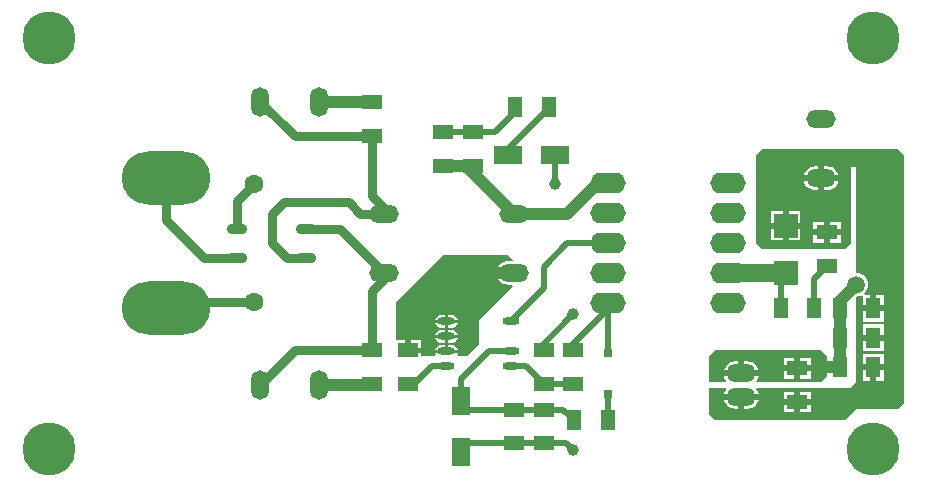
<source format=gtl>
G04 Layer_Physical_Order=1*
G04 Layer_Color=255*
%FSLAX25Y25*%
%MOIN*%
G70*
G01*
G75*
%ADD10R,0.07087X0.04921*%
%ADD11R,0.04921X0.07087*%
%ADD12R,0.09646X0.06102*%
%ADD13R,0.06299X0.09252*%
%ADD14O,0.05709X0.02362*%
%ADD15O,0.06890X0.03347*%
%ADD16R,0.02756X0.03150*%
%ADD17R,0.07874X0.07874*%
%ADD18C,0.03937*%
%ADD19C,0.01969*%
%ADD20C,0.05906*%
%ADD21C,0.02953*%
%ADD22O,0.09843X0.05906*%
%ADD23O,0.09843X0.05906*%
%ADD24C,0.17716*%
%ADD25O,0.29528X0.17716*%
%ADD26O,0.05906X0.09843*%
%ADD27O,0.11811X0.06890*%
%ADD28C,0.06299*%
%ADD29C,0.05906*%
%ADD30C,0.03937*%
G36*
X164972Y-5523D02*
X164821Y-5886D01*
X163386D01*
X162614Y-5962D01*
X161872Y-6188D01*
X161188Y-6553D01*
X160589Y-7045D01*
X160097Y-7645D01*
X159731Y-8329D01*
X159570Y-8858D01*
X165354D01*
Y-10827D01*
X159570D01*
X159731Y-11356D01*
X160097Y-12040D01*
X160589Y-12640D01*
X161188Y-13132D01*
X161872Y-13497D01*
X162614Y-13723D01*
X163386Y-13799D01*
X164821D01*
X164972Y-14162D01*
X153543Y-25591D01*
Y-33465D01*
X149606Y-37402D01*
X146550D01*
X146547Y-37395D01*
X146400Y-37008D01*
X146598Y-36530D01*
X146607Y-36457D01*
X139023D01*
X139032Y-36530D01*
X139230Y-37008D01*
X139083Y-37395D01*
X139080Y-37402D01*
X134727Y-37402D01*
X134449Y-37123D01*
Y-36713D01*
X129921D01*
Y-35728D01*
X128937D01*
Y-32283D01*
X125984D01*
X125984Y-19685D01*
X141732Y-3937D01*
X163386D01*
X164972Y-5523D01*
D02*
G37*
G36*
X267717Y-35433D02*
X269685Y-37402D01*
X269685Y-40354D01*
X273917D01*
Y-42323D01*
X269685D01*
X269685Y-44291D01*
X267717Y-46260D01*
X246289Y-46260D01*
X246103Y-45866D01*
X246400Y-45505D01*
X246765Y-44821D01*
X246926Y-44291D01*
X235358D01*
X235518Y-44821D01*
X235884Y-45505D01*
X236180Y-45866D01*
X235994Y-46260D01*
X230315D01*
X230315Y-37402D01*
X232283Y-35433D01*
X267717Y-35433D01*
D02*
G37*
G36*
X261811Y31496D02*
X293307Y31496D01*
X295276Y29528D01*
Y-53150D01*
X293307Y-55118D01*
X279528Y-55118D01*
X275590Y-59055D01*
X232283Y-59055D01*
X230315Y-57087D01*
X230315Y-48228D01*
X235994D01*
X236180Y-48622D01*
X235884Y-48983D01*
X235518Y-49667D01*
X235358Y-50197D01*
X246926D01*
X246765Y-49667D01*
X246400Y-48983D01*
X246103Y-48622D01*
X246289Y-48228D01*
X277559Y-48228D01*
X279527Y-46260D01*
X279528Y-17976D01*
X279794Y-17709D01*
X280299Y-17660D01*
X281042Y-17434D01*
X281299Y-17297D01*
X281693Y-17533D01*
Y-20669D01*
X284154D01*
Y-17126D01*
X282276D01*
X282136Y-16732D01*
X282325Y-16577D01*
X282817Y-15977D01*
X283183Y-15293D01*
X283408Y-14551D01*
X283484Y-13780D01*
X283408Y-13008D01*
X283183Y-12266D01*
X282817Y-11582D01*
X282325Y-10982D01*
X281726Y-10490D01*
X281042Y-10125D01*
X280299Y-9900D01*
X279528Y-9823D01*
X279528Y-9823D01*
X279528Y25591D01*
X277559D01*
Y0D01*
X275590Y-1969D01*
X248032Y-1969D01*
X246063Y-0D01*
Y29528D01*
X248031Y31496D01*
X259842D01*
X261811Y31496D01*
D02*
G37*
%LPC*%
G36*
X258858Y-38189D02*
X255315D01*
Y-40650D01*
X258858D01*
Y-38189D01*
D02*
G37*
G36*
X264370D02*
X260827D01*
Y-40650D01*
X264370D01*
Y-38189D01*
D02*
G37*
G36*
X243110Y-39351D02*
X242126D01*
Y-42323D01*
X246926D01*
X246765Y-41793D01*
X246400Y-41109D01*
X245908Y-40510D01*
X245308Y-40018D01*
X244624Y-39652D01*
X243882Y-39427D01*
X243110Y-39351D01*
D02*
G37*
G36*
X142323Y-31457D02*
X139023D01*
X139032Y-31530D01*
X139250Y-32057D01*
X139597Y-32509D01*
X140050Y-32856D01*
X140577Y-33074D01*
X141142Y-33149D01*
X142323D01*
Y-31457D01*
D02*
G37*
G36*
X288583Y-36811D02*
X281693D01*
Y-40354D01*
X288583D01*
Y-36811D01*
D02*
G37*
G36*
Y-32480D02*
X281693D01*
Y-36024D01*
X288583D01*
Y-32480D01*
D02*
G37*
G36*
X142323Y-33781D02*
X141142D01*
X140577Y-33855D01*
X140050Y-34073D01*
X139597Y-34420D01*
X139250Y-34873D01*
X139032Y-35399D01*
X139023Y-35472D01*
X142323D01*
Y-33781D01*
D02*
G37*
G36*
X134449Y-32283D02*
X130905D01*
Y-34744D01*
X134449D01*
Y-32283D01*
D02*
G37*
G36*
X144488Y-33781D02*
X143307D01*
Y-35472D01*
X146607D01*
X146598Y-35399D01*
X146380Y-34873D01*
X146033Y-34420D01*
X145580Y-34073D01*
X145054Y-33855D01*
X144488Y-33781D01*
D02*
G37*
G36*
X246926Y-52165D02*
X242126D01*
Y-55137D01*
X243110D01*
X243882Y-55061D01*
X244624Y-54836D01*
X245308Y-54470D01*
X245908Y-53978D01*
X246400Y-53379D01*
X246765Y-52695D01*
X246926Y-52165D01*
D02*
G37*
G36*
X258858Y-49409D02*
X255315D01*
Y-51870D01*
X258858D01*
Y-49409D01*
D02*
G37*
G36*
X240158Y-52165D02*
X235358D01*
X235518Y-52695D01*
X235884Y-53379D01*
X236376Y-53978D01*
X236975Y-54470D01*
X237659Y-54836D01*
X238401Y-55061D01*
X239173Y-55137D01*
X240158D01*
Y-52165D01*
D02*
G37*
G36*
X258858Y-53839D02*
X255315D01*
Y-56299D01*
X258858D01*
Y-53839D01*
D02*
G37*
G36*
X264370D02*
X260827D01*
Y-56299D01*
X264370D01*
Y-53839D01*
D02*
G37*
G36*
Y-49409D02*
X260827D01*
Y-51870D01*
X264370D01*
Y-49409D01*
D02*
G37*
G36*
Y-42618D02*
X260827D01*
Y-45079D01*
X264370D01*
Y-42618D01*
D02*
G37*
G36*
X240158Y-39351D02*
X239173D01*
X238401Y-39427D01*
X237659Y-39652D01*
X236975Y-40018D01*
X236376Y-40510D01*
X235884Y-41109D01*
X235518Y-41793D01*
X235358Y-42323D01*
X240158D01*
Y-39351D01*
D02*
G37*
G36*
X258858Y-42618D02*
X255315D01*
Y-45079D01*
X258858D01*
Y-42618D01*
D02*
G37*
G36*
X284154Y-42323D02*
X281693D01*
Y-45866D01*
X284154D01*
Y-42323D01*
D02*
G37*
G36*
X288583D02*
X286122D01*
Y-45866D01*
X288583D01*
Y-42323D01*
D02*
G37*
G36*
X268701Y7087D02*
X265158D01*
Y4626D01*
X268701D01*
Y7087D01*
D02*
G37*
G36*
X274213D02*
X270669D01*
Y4626D01*
X274213D01*
Y7087D01*
D02*
G37*
G36*
X260827Y4921D02*
X256890D01*
Y984D01*
X260827D01*
Y4921D01*
D02*
G37*
G36*
X274213Y2657D02*
X270669D01*
Y197D01*
X274213D01*
Y2657D01*
D02*
G37*
G36*
X254921Y4921D02*
X250984D01*
Y984D01*
X254921D01*
Y4921D01*
D02*
G37*
G36*
Y10827D02*
X250984D01*
Y6890D01*
X254921D01*
Y10827D01*
D02*
G37*
G36*
X266732Y25610D02*
X265748D01*
X264976Y25534D01*
X264234Y25308D01*
X263550Y24943D01*
X262951Y24451D01*
X262459Y23851D01*
X262093Y23167D01*
X261932Y22638D01*
X266732D01*
Y25610D01*
D02*
G37*
G36*
X269685D02*
X268701D01*
Y22638D01*
X273501D01*
X273340Y23167D01*
X272974Y23851D01*
X272482Y24451D01*
X271883Y24943D01*
X271199Y25308D01*
X270457Y25534D01*
X269685Y25610D01*
D02*
G37*
G36*
X273501Y20669D02*
X268701D01*
Y17697D01*
X269685D01*
X270457Y17774D01*
X271199Y17999D01*
X271883Y18364D01*
X272482Y18856D01*
X272974Y19456D01*
X273340Y20140D01*
X273501Y20669D01*
D02*
G37*
G36*
X260827Y10827D02*
X256890D01*
Y6890D01*
X260827D01*
Y10827D01*
D02*
G37*
G36*
X266732Y20669D02*
X261932D01*
X262093Y20140D01*
X262459Y19456D01*
X262951Y18856D01*
X263550Y18364D01*
X264234Y17999D01*
X264976Y17774D01*
X265748Y17697D01*
X266732D01*
Y20669D01*
D02*
G37*
G36*
X144488Y-28780D02*
X143307D01*
Y-30472D01*
X146607D01*
X146598Y-30399D01*
X146380Y-29873D01*
X146033Y-29420D01*
X145580Y-29073D01*
X145054Y-28855D01*
X144488Y-28780D01*
D02*
G37*
G36*
X142323Y-26457D02*
X139023D01*
X139032Y-26530D01*
X139250Y-27057D01*
X139597Y-27509D01*
X140050Y-27856D01*
X140577Y-28074D01*
X141142Y-28149D01*
X142323D01*
Y-26457D01*
D02*
G37*
G36*
Y-28780D02*
X141142D01*
X140577Y-28855D01*
X140050Y-29073D01*
X139597Y-29420D01*
X139250Y-29873D01*
X139032Y-30399D01*
X139023Y-30472D01*
X142323D01*
Y-28780D01*
D02*
G37*
G36*
X146607Y-31457D02*
X143307D01*
Y-33149D01*
X144488D01*
X145054Y-33074D01*
X145580Y-32856D01*
X146033Y-32509D01*
X146380Y-32057D01*
X146598Y-31530D01*
X146607Y-31457D01*
D02*
G37*
G36*
X288583Y-26969D02*
X281693D01*
Y-30512D01*
X288583D01*
Y-26969D01*
D02*
G37*
G36*
X146607Y-26457D02*
X143307D01*
Y-28149D01*
X144488D01*
X145054Y-28074D01*
X145580Y-27856D01*
X146033Y-27509D01*
X146380Y-27057D01*
X146598Y-26530D01*
X146607Y-26457D01*
D02*
G37*
G36*
X288583Y-17126D02*
X286122D01*
Y-20669D01*
X288583D01*
Y-17126D01*
D02*
G37*
G36*
X268701Y2657D02*
X265158D01*
Y197D01*
X268701D01*
Y2657D01*
D02*
G37*
G36*
X144488Y-23780D02*
X143307D01*
Y-25473D01*
X146607D01*
X146598Y-25399D01*
X146380Y-24873D01*
X146033Y-24420D01*
X145580Y-24073D01*
X145054Y-23855D01*
X144488Y-23780D01*
D02*
G37*
G36*
X288583Y-22638D02*
X281693D01*
Y-26181D01*
X288583D01*
Y-22638D01*
D02*
G37*
G36*
X142323Y-23780D02*
X141142D01*
X140577Y-23855D01*
X140050Y-24073D01*
X139597Y-24420D01*
X139250Y-24873D01*
X139032Y-25399D01*
X139023Y-25473D01*
X142323D01*
Y-23780D01*
D02*
G37*
%LPD*%
D10*
X165354Y-55413D02*
D03*
Y-66634D02*
D03*
X259842Y-52854D02*
D03*
Y-41634D02*
D03*
X269685Y3642D02*
D03*
Y-7579D02*
D03*
X141732Y37106D02*
D03*
Y25886D02*
D03*
X151575Y37106D02*
D03*
Y25886D02*
D03*
X129921Y-46949D02*
D03*
Y-35728D02*
D03*
X118110Y35728D02*
D03*
Y46949D02*
D03*
Y-46949D02*
D03*
Y-35728D02*
D03*
X185039D02*
D03*
Y-46949D02*
D03*
X175197Y-46949D02*
D03*
Y-35728D02*
D03*
Y-55413D02*
D03*
Y-66634D02*
D03*
D11*
X285138Y-41339D02*
D03*
X273917D02*
D03*
X285138Y-31496D02*
D03*
X273917D02*
D03*
X254232Y-21654D02*
D03*
X265453D02*
D03*
X273917D02*
D03*
X285138D02*
D03*
X176870Y45276D02*
D03*
X165650D02*
D03*
X196555Y-59055D02*
D03*
X185335D02*
D03*
D12*
X163386Y29528D02*
D03*
X179134D02*
D03*
D13*
X147638Y-52559D02*
D03*
Y-69488D02*
D03*
D14*
X164272Y-25965D02*
D03*
Y-35965D02*
D03*
Y-40965D02*
D03*
X142815Y-35965D02*
D03*
Y-25965D02*
D03*
Y-30965D02*
D03*
Y-40965D02*
D03*
D15*
X96161Y4921D02*
D03*
Y-4921D02*
D03*
X73130D02*
D03*
Y4921D02*
D03*
D16*
X196850Y-36417D02*
D03*
Y-50197D02*
D03*
D17*
X255906Y5906D02*
D03*
Y-9843D02*
D03*
D18*
X269685Y-41339D02*
X273917D01*
X273622Y-19685D02*
X279528Y-13780D01*
X273917Y-31496D02*
Y-21654D01*
Y-41339D02*
Y-31496D01*
X165354Y9843D02*
X183071D01*
X193228Y20000D01*
X141732Y25886D02*
X151575D01*
X100689Y46949D02*
X118110D01*
X150098Y25098D02*
X165354Y9843D01*
X100394Y-47244D02*
X117815D01*
X159449Y-9843D02*
X165354D01*
D19*
X273622Y-19685D02*
X274754Y-20817D01*
X265453Y-21654D02*
Y-11811D01*
X269685Y-7579D01*
X273917Y-21654D02*
X274754Y-20817D01*
X254232Y-21654D02*
Y-11516D01*
X196850Y-58760D02*
Y-50197D01*
X196555Y-59055D02*
X196850Y-58760D01*
X183071Y-35433D02*
X196535Y-21969D01*
X196850Y-36417D02*
Y-20315D01*
X175197Y-46949D02*
X185039D01*
X169213Y-40965D02*
X175197Y-46949D01*
X164272Y-40965D02*
X169213D01*
X181693Y-55413D02*
X185335Y-59055D01*
X175197Y-55413D02*
X181693D01*
X165354D02*
X175197D01*
X147638D02*
X165354D01*
Y-66634D02*
X175197D01*
X147638D02*
X165354D01*
X175197D02*
X182776D01*
X185039Y-68898D01*
X173228Y-35433D02*
X185039Y-23622D01*
X141732Y37106D02*
X151575D01*
X159153D01*
X165650Y43602D01*
Y45276D01*
X163386Y31496D02*
X176870Y44980D01*
X147638Y-52559D02*
Y-45276D01*
X156949Y-35965D01*
X164272D01*
X183071Y0D02*
X196535D01*
X179134Y19685D02*
Y31496D01*
X164272Y-25965D02*
X175197Y-15039D01*
Y-7874D01*
X183071Y0D01*
X129921Y-46949D02*
X132185D01*
X138169Y-40965D01*
X142815D01*
D20*
X236535Y-9843D02*
X251969D01*
X236535Y-10000D02*
Y-9843D01*
D21*
X49213Y-21654D02*
X51181Y-19685D01*
X78740D01*
X62008Y-4921D02*
X73130D01*
X49213Y7874D02*
Y21654D01*
Y7874D02*
X62008Y-4921D01*
X73130Y14075D02*
X78740Y19685D01*
X73130Y4921D02*
Y14075D01*
X96161Y4921D02*
X107283D01*
X122047Y-9843D01*
X89567Y-4921D02*
X96161D01*
X84646Y0D02*
X89567Y-4921D01*
X84646Y0D02*
Y9843D01*
X88583Y13780D01*
X110236D01*
X114173Y9843D01*
X122047D01*
X80709Y47244D02*
X92224Y35728D01*
X118110D01*
X80709Y-47244D02*
X92224Y-35728D01*
X118110D01*
Y-15748D01*
X122047Y-11811D01*
Y-9843D01*
Y9843D02*
Y11811D01*
X118110Y15748D02*
X122047Y11811D01*
X118110Y15748D02*
Y35728D01*
D22*
X267717Y21654D02*
D03*
Y41339D02*
D03*
X165354Y-9843D02*
D03*
Y9843D02*
D03*
X122047Y-9843D02*
D03*
Y9843D02*
D03*
D23*
X241142Y-43307D02*
D03*
Y-51181D02*
D03*
D24*
X285039Y68504D02*
D03*
X10236D02*
D03*
Y-68504D02*
D03*
X285039Y-68504D02*
D03*
D25*
X49213Y21654D02*
D03*
Y-21654D02*
D03*
D26*
X100394Y47244D02*
D03*
X80709D02*
D03*
X100394Y-47244D02*
D03*
X80709D02*
D03*
D27*
X236535Y-20000D02*
D03*
Y-10000D02*
D03*
Y0D02*
D03*
Y10000D02*
D03*
Y20000D02*
D03*
X196535Y-20000D02*
D03*
Y-10000D02*
D03*
Y0D02*
D03*
Y10000D02*
D03*
Y20000D02*
D03*
D28*
X78740Y19685D02*
D03*
Y-19685D02*
D03*
D29*
X279528Y-13780D02*
D03*
D30*
X185039Y-68898D02*
D03*
Y-23622D02*
D03*
X179134Y19685D02*
D03*
M02*

</source>
